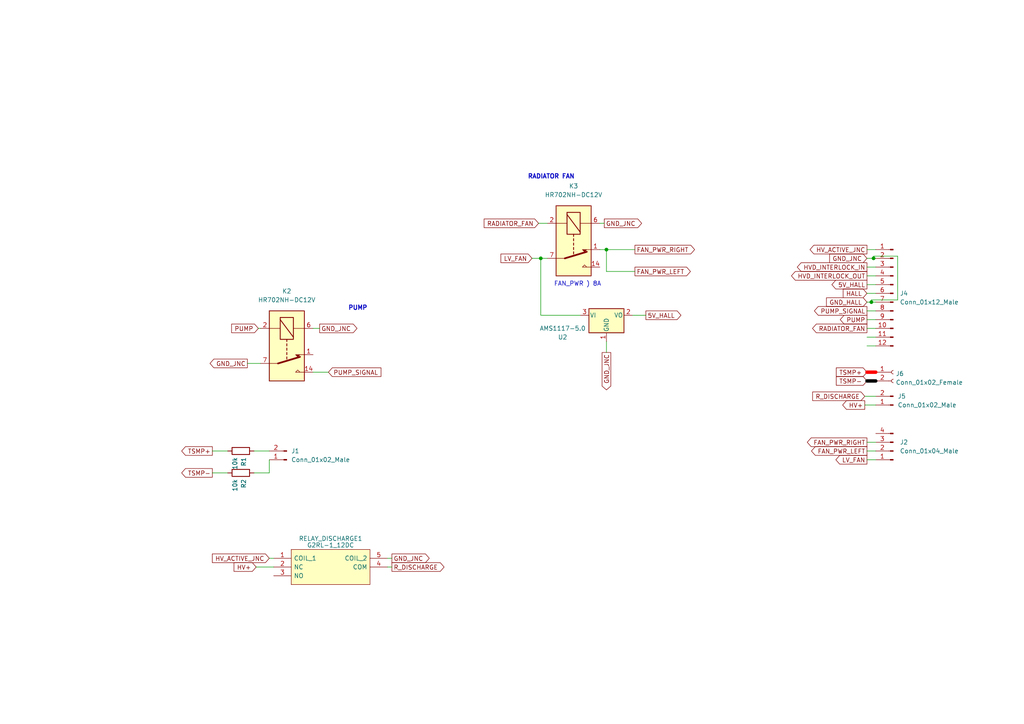
<source format=kicad_sch>
(kicad_sch (version 20211123) (generator eeschema)

  (uuid 40414cde-d9f5-469d-96e5-bad89aa91fe4)

  (paper "A4")

  (lib_symbols
    (symbol "Connector:Conn_01x02_Female" (pin_names (offset 1.016) hide) (in_bom yes) (on_board yes)
      (property "Reference" "J" (id 0) (at 0 2.54 0)
        (effects (font (size 1.27 1.27)))
      )
      (property "Value" "Conn_01x02_Female" (id 1) (at 0 -5.08 0)
        (effects (font (size 1.27 1.27)))
      )
      (property "Footprint" "" (id 2) (at 0 0 0)
        (effects (font (size 1.27 1.27)) hide)
      )
      (property "Datasheet" "~" (id 3) (at 0 0 0)
        (effects (font (size 1.27 1.27)) hide)
      )
      (property "ki_keywords" "connector" (id 4) (at 0 0 0)
        (effects (font (size 1.27 1.27)) hide)
      )
      (property "ki_description" "Generic connector, single row, 01x02, script generated (kicad-library-utils/schlib/autogen/connector/)" (id 5) (at 0 0 0)
        (effects (font (size 1.27 1.27)) hide)
      )
      (property "ki_fp_filters" "Connector*:*_1x??_*" (id 6) (at 0 0 0)
        (effects (font (size 1.27 1.27)) hide)
      )
      (symbol "Conn_01x02_Female_1_1"
        (arc (start 0 -2.032) (mid -0.508 -2.54) (end 0 -3.048)
          (stroke (width 0.1524) (type default) (color 0 0 0 0))
          (fill (type none))
        )
        (polyline
          (pts
            (xy -1.27 -2.54)
            (xy -0.508 -2.54)
          )
          (stroke (width 0.1524) (type default) (color 0 0 0 0))
          (fill (type none))
        )
        (polyline
          (pts
            (xy -1.27 0)
            (xy -0.508 0)
          )
          (stroke (width 0.1524) (type default) (color 0 0 0 0))
          (fill (type none))
        )
        (arc (start 0 0.508) (mid -0.508 0) (end 0 -0.508)
          (stroke (width 0.1524) (type default) (color 0 0 0 0))
          (fill (type none))
        )
        (pin passive line (at -5.08 0 0) (length 3.81)
          (name "Pin_1" (effects (font (size 1.27 1.27))))
          (number "1" (effects (font (size 1.27 1.27))))
        )
        (pin passive line (at -5.08 -2.54 0) (length 3.81)
          (name "Pin_2" (effects (font (size 1.27 1.27))))
          (number "2" (effects (font (size 1.27 1.27))))
        )
      )
    )
    (symbol "Connector:Conn_01x02_Male" (pin_names (offset 1.016) hide) (in_bom yes) (on_board yes)
      (property "Reference" "J" (id 0) (at 0 2.54 0)
        (effects (font (size 1.27 1.27)))
      )
      (property "Value" "Conn_01x02_Male" (id 1) (at 0 -5.08 0)
        (effects (font (size 1.27 1.27)))
      )
      (property "Footprint" "" (id 2) (at 0 0 0)
        (effects (font (size 1.27 1.27)) hide)
      )
      (property "Datasheet" "~" (id 3) (at 0 0 0)
        (effects (font (size 1.27 1.27)) hide)
      )
      (property "ki_keywords" "connector" (id 4) (at 0 0 0)
        (effects (font (size 1.27 1.27)) hide)
      )
      (property "ki_description" "Generic connector, single row, 01x02, script generated (kicad-library-utils/schlib/autogen/connector/)" (id 5) (at 0 0 0)
        (effects (font (size 1.27 1.27)) hide)
      )
      (property "ki_fp_filters" "Connector*:*_1x??_*" (id 6) (at 0 0 0)
        (effects (font (size 1.27 1.27)) hide)
      )
      (symbol "Conn_01x02_Male_1_1"
        (polyline
          (pts
            (xy 1.27 -2.54)
            (xy 0.8636 -2.54)
          )
          (stroke (width 0.1524) (type default) (color 0 0 0 0))
          (fill (type none))
        )
        (polyline
          (pts
            (xy 1.27 0)
            (xy 0.8636 0)
          )
          (stroke (width 0.1524) (type default) (color 0 0 0 0))
          (fill (type none))
        )
        (rectangle (start 0.8636 -2.413) (end 0 -2.667)
          (stroke (width 0.1524) (type default) (color 0 0 0 0))
          (fill (type outline))
        )
        (rectangle (start 0.8636 0.127) (end 0 -0.127)
          (stroke (width 0.1524) (type default) (color 0 0 0 0))
          (fill (type outline))
        )
        (pin passive line (at 5.08 0 180) (length 3.81)
          (name "Pin_1" (effects (font (size 1.27 1.27))))
          (number "1" (effects (font (size 1.27 1.27))))
        )
        (pin passive line (at 5.08 -2.54 180) (length 3.81)
          (name "Pin_2" (effects (font (size 1.27 1.27))))
          (number "2" (effects (font (size 1.27 1.27))))
        )
      )
    )
    (symbol "Connector:Conn_01x04_Male" (pin_names (offset 1.016) hide) (in_bom yes) (on_board yes)
      (property "Reference" "J" (id 0) (at 0 5.08 0)
        (effects (font (size 1.27 1.27)))
      )
      (property "Value" "Conn_01x04_Male" (id 1) (at 0 -7.62 0)
        (effects (font (size 1.27 1.27)))
      )
      (property "Footprint" "" (id 2) (at 0 0 0)
        (effects (font (size 1.27 1.27)) hide)
      )
      (property "Datasheet" "~" (id 3) (at 0 0 0)
        (effects (font (size 1.27 1.27)) hide)
      )
      (property "ki_keywords" "connector" (id 4) (at 0 0 0)
        (effects (font (size 1.27 1.27)) hide)
      )
      (property "ki_description" "Generic connector, single row, 01x04, script generated (kicad-library-utils/schlib/autogen/connector/)" (id 5) (at 0 0 0)
        (effects (font (size 1.27 1.27)) hide)
      )
      (property "ki_fp_filters" "Connector*:*_1x??_*" (id 6) (at 0 0 0)
        (effects (font (size 1.27 1.27)) hide)
      )
      (symbol "Conn_01x04_Male_1_1"
        (polyline
          (pts
            (xy 1.27 -5.08)
            (xy 0.8636 -5.08)
          )
          (stroke (width 0.1524) (type default) (color 0 0 0 0))
          (fill (type none))
        )
        (polyline
          (pts
            (xy 1.27 -2.54)
            (xy 0.8636 -2.54)
          )
          (stroke (width 0.1524) (type default) (color 0 0 0 0))
          (fill (type none))
        )
        (polyline
          (pts
            (xy 1.27 0)
            (xy 0.8636 0)
          )
          (stroke (width 0.1524) (type default) (color 0 0 0 0))
          (fill (type none))
        )
        (polyline
          (pts
            (xy 1.27 2.54)
            (xy 0.8636 2.54)
          )
          (stroke (width 0.1524) (type default) (color 0 0 0 0))
          (fill (type none))
        )
        (rectangle (start 0.8636 -4.953) (end 0 -5.207)
          (stroke (width 0.1524) (type default) (color 0 0 0 0))
          (fill (type outline))
        )
        (rectangle (start 0.8636 -2.413) (end 0 -2.667)
          (stroke (width 0.1524) (type default) (color 0 0 0 0))
          (fill (type outline))
        )
        (rectangle (start 0.8636 0.127) (end 0 -0.127)
          (stroke (width 0.1524) (type default) (color 0 0 0 0))
          (fill (type outline))
        )
        (rectangle (start 0.8636 2.667) (end 0 2.413)
          (stroke (width 0.1524) (type default) (color 0 0 0 0))
          (fill (type outline))
        )
        (pin passive line (at 5.08 2.54 180) (length 3.81)
          (name "Pin_1" (effects (font (size 1.27 1.27))))
          (number "1" (effects (font (size 1.27 1.27))))
        )
        (pin passive line (at 5.08 0 180) (length 3.81)
          (name "Pin_2" (effects (font (size 1.27 1.27))))
          (number "2" (effects (font (size 1.27 1.27))))
        )
        (pin passive line (at 5.08 -2.54 180) (length 3.81)
          (name "Pin_3" (effects (font (size 1.27 1.27))))
          (number "3" (effects (font (size 1.27 1.27))))
        )
        (pin passive line (at 5.08 -5.08 180) (length 3.81)
          (name "Pin_4" (effects (font (size 1.27 1.27))))
          (number "4" (effects (font (size 1.27 1.27))))
        )
      )
    )
    (symbol "Connector:Conn_01x12_Male" (pin_names (offset 1.016) hide) (in_bom yes) (on_board yes)
      (property "Reference" "J" (id 0) (at 0 15.24 0)
        (effects (font (size 1.27 1.27)))
      )
      (property "Value" "Conn_01x12_Male" (id 1) (at 0 -17.78 0)
        (effects (font (size 1.27 1.27)))
      )
      (property "Footprint" "" (id 2) (at 0 0 0)
        (effects (font (size 1.27 1.27)) hide)
      )
      (property "Datasheet" "~" (id 3) (at 0 0 0)
        (effects (font (size 1.27 1.27)) hide)
      )
      (property "ki_keywords" "connector" (id 4) (at 0 0 0)
        (effects (font (size 1.27 1.27)) hide)
      )
      (property "ki_description" "Generic connector, single row, 01x12, script generated (kicad-library-utils/schlib/autogen/connector/)" (id 5) (at 0 0 0)
        (effects (font (size 1.27 1.27)) hide)
      )
      (property "ki_fp_filters" "Connector*:*_1x??_*" (id 6) (at 0 0 0)
        (effects (font (size 1.27 1.27)) hide)
      )
      (symbol "Conn_01x12_Male_1_1"
        (polyline
          (pts
            (xy 1.27 -15.24)
            (xy 0.8636 -15.24)
          )
          (stroke (width 0.1524) (type default) (color 0 0 0 0))
          (fill (type none))
        )
        (polyline
          (pts
            (xy 1.27 -12.7)
            (xy 0.8636 -12.7)
          )
          (stroke (width 0.1524) (type default) (color 0 0 0 0))
          (fill (type none))
        )
        (polyline
          (pts
            (xy 1.27 -10.16)
            (xy 0.8636 -10.16)
          )
          (stroke (width 0.1524) (type default) (color 0 0 0 0))
          (fill (type none))
        )
        (polyline
          (pts
            (xy 1.27 -7.62)
            (xy 0.8636 -7.62)
          )
          (stroke (width 0.1524) (type default) (color 0 0 0 0))
          (fill (type none))
        )
        (polyline
          (pts
            (xy 1.27 -5.08)
            (xy 0.8636 -5.08)
          )
          (stroke (width 0.1524) (type default) (color 0 0 0 0))
          (fill (type none))
        )
        (polyline
          (pts
            (xy 1.27 -2.54)
            (xy 0.8636 -2.54)
          )
          (stroke (width 0.1524) (type default) (color 0 0 0 0))
          (fill (type none))
        )
        (polyline
          (pts
            (xy 1.27 0)
            (xy 0.8636 0)
          )
          (stroke (width 0.1524) (type default) (color 0 0 0 0))
          (fill (type none))
        )
        (polyline
          (pts
            (xy 1.27 2.54)
            (xy 0.8636 2.54)
          )
          (stroke (width 0.1524) (type default) (color 0 0 0 0))
          (fill (type none))
        )
        (polyline
          (pts
            (xy 1.27 5.08)
            (xy 0.8636 5.08)
          )
          (stroke (width 0.1524) (type default) (color 0 0 0 0))
          (fill (type none))
        )
        (polyline
          (pts
            (xy 1.27 7.62)
            (xy 0.8636 7.62)
          )
          (stroke (width 0.1524) (type default) (color 0 0 0 0))
          (fill (type none))
        )
        (polyline
          (pts
            (xy 1.27 10.16)
            (xy 0.8636 10.16)
          )
          (stroke (width 0.1524) (type default) (color 0 0 0 0))
          (fill (type none))
        )
        (polyline
          (pts
            (xy 1.27 12.7)
            (xy 0.8636 12.7)
          )
          (stroke (width 0.1524) (type default) (color 0 0 0 0))
          (fill (type none))
        )
        (rectangle (start 0.8636 -15.113) (end 0 -15.367)
          (stroke (width 0.1524) (type default) (color 0 0 0 0))
          (fill (type outline))
        )
        (rectangle (start 0.8636 -12.573) (end 0 -12.827)
          (stroke (width 0.1524) (type default) (color 0 0 0 0))
          (fill (type outline))
        )
        (rectangle (start 0.8636 -10.033) (end 0 -10.287)
          (stroke (width 0.1524) (type default) (color 0 0 0 0))
          (fill (type outline))
        )
        (rectangle (start 0.8636 -7.493) (end 0 -7.747)
          (stroke (width 0.1524) (type default) (color 0 0 0 0))
          (fill (type outline))
        )
        (rectangle (start 0.8636 -4.953) (end 0 -5.207)
          (stroke (width 0.1524) (type default) (color 0 0 0 0))
          (fill (type outline))
        )
        (rectangle (start 0.8636 -2.413) (end 0 -2.667)
          (stroke (width 0.1524) (type default) (color 0 0 0 0))
          (fill (type outline))
        )
        (rectangle (start 0.8636 0.127) (end 0 -0.127)
          (stroke (width 0.1524) (type default) (color 0 0 0 0))
          (fill (type outline))
        )
        (rectangle (start 0.8636 2.667) (end 0 2.413)
          (stroke (width 0.1524) (type default) (color 0 0 0 0))
          (fill (type outline))
        )
        (rectangle (start 0.8636 5.207) (end 0 4.953)
          (stroke (width 0.1524) (type default) (color 0 0 0 0))
          (fill (type outline))
        )
        (rectangle (start 0.8636 7.747) (end 0 7.493)
          (stroke (width 0.1524) (type default) (color 0 0 0 0))
          (fill (type outline))
        )
        (rectangle (start 0.8636 10.287) (end 0 10.033)
          (stroke (width 0.1524) (type default) (color 0 0 0 0))
          (fill (type outline))
        )
        (rectangle (start 0.8636 12.827) (end 0 12.573)
          (stroke (width 0.1524) (type default) (color 0 0 0 0))
          (fill (type outline))
        )
        (pin passive line (at 5.08 12.7 180) (length 3.81)
          (name "Pin_1" (effects (font (size 1.27 1.27))))
          (number "1" (effects (font (size 1.27 1.27))))
        )
        (pin passive line (at 5.08 -10.16 180) (length 3.81)
          (name "Pin_10" (effects (font (size 1.27 1.27))))
          (number "10" (effects (font (size 1.27 1.27))))
        )
        (pin passive line (at 5.08 -12.7 180) (length 3.81)
          (name "Pin_11" (effects (font (size 1.27 1.27))))
          (number "11" (effects (font (size 1.27 1.27))))
        )
        (pin passive line (at 5.08 -15.24 180) (length 3.81)
          (name "Pin_12" (effects (font (size 1.27 1.27))))
          (number "12" (effects (font (size 1.27 1.27))))
        )
        (pin passive line (at 5.08 10.16 180) (length 3.81)
          (name "Pin_2" (effects (font (size 1.27 1.27))))
          (number "2" (effects (font (size 1.27 1.27))))
        )
        (pin passive line (at 5.08 7.62 180) (length 3.81)
          (name "Pin_3" (effects (font (size 1.27 1.27))))
          (number "3" (effects (font (size 1.27 1.27))))
        )
        (pin passive line (at 5.08 5.08 180) (length 3.81)
          (name "Pin_4" (effects (font (size 1.27 1.27))))
          (number "4" (effects (font (size 1.27 1.27))))
        )
        (pin passive line (at 5.08 2.54 180) (length 3.81)
          (name "Pin_5" (effects (font (size 1.27 1.27))))
          (number "5" (effects (font (size 1.27 1.27))))
        )
        (pin passive line (at 5.08 0 180) (length 3.81)
          (name "Pin_6" (effects (font (size 1.27 1.27))))
          (number "6" (effects (font (size 1.27 1.27))))
        )
        (pin passive line (at 5.08 -2.54 180) (length 3.81)
          (name "Pin_7" (effects (font (size 1.27 1.27))))
          (number "7" (effects (font (size 1.27 1.27))))
        )
        (pin passive line (at 5.08 -5.08 180) (length 3.81)
          (name "Pin_8" (effects (font (size 1.27 1.27))))
          (number "8" (effects (font (size 1.27 1.27))))
        )
        (pin passive line (at 5.08 -7.62 180) (length 3.81)
          (name "Pin_9" (effects (font (size 1.27 1.27))))
          (number "9" (effects (font (size 1.27 1.27))))
        )
      )
    )
    (symbol "Device:R" (pin_numbers hide) (pin_names (offset 0)) (in_bom yes) (on_board yes)
      (property "Reference" "R" (id 0) (at 2.032 0 90)
        (effects (font (size 1.27 1.27)))
      )
      (property "Value" "R" (id 1) (at 0 0 90)
        (effects (font (size 1.27 1.27)))
      )
      (property "Footprint" "" (id 2) (at -1.778 0 90)
        (effects (font (size 1.27 1.27)) hide)
      )
      (property "Datasheet" "~" (id 3) (at 0 0 0)
        (effects (font (size 1.27 1.27)) hide)
      )
      (property "ki_keywords" "R res resistor" (id 4) (at 0 0 0)
        (effects (font (size 1.27 1.27)) hide)
      )
      (property "ki_description" "Resistor" (id 5) (at 0 0 0)
        (effects (font (size 1.27 1.27)) hide)
      )
      (property "ki_fp_filters" "R_*" (id 6) (at 0 0 0)
        (effects (font (size 1.27 1.27)) hide)
      )
      (symbol "R_0_1"
        (rectangle (start -1.016 -2.54) (end 1.016 2.54)
          (stroke (width 0.254) (type default) (color 0 0 0 0))
          (fill (type none))
        )
      )
      (symbol "R_1_1"
        (pin passive line (at 0 3.81 270) (length 1.27)
          (name "~" (effects (font (size 1.27 1.27))))
          (number "1" (effects (font (size 1.27 1.27))))
        )
        (pin passive line (at 0 -3.81 90) (length 1.27)
          (name "~" (effects (font (size 1.27 1.27))))
          (number "2" (effects (font (size 1.27 1.27))))
        )
      )
    )
    (symbol "G2RL-1_12DC:G2RL-1_12DC" (pin_names (offset 0.762)) (in_bom yes) (on_board yes)
      (property "Reference" "K" (id 0) (at 29.21 7.62 0)
        (effects (font (size 1.27 1.27)) (justify left))
      )
      (property "Value" "G2RL-1_12DC" (id 1) (at 29.21 5.08 0)
        (effects (font (size 1.27 1.27)) (justify left))
      )
      (property "Footprint" "G2RL112DC" (id 2) (at 29.21 2.54 0)
        (effects (font (size 1.27 1.27)) (justify left) hide)
      )
      (property "Datasheet" "http://uk.rs-online.com/web/p/products/3650490P" (id 3) (at 29.21 0 0)
        (effects (font (size 1.27 1.27)) (justify left) hide)
      )
      (property "Description" "General Purpose Relay, G2RL Series, Power, Non Latching, SPDT, 12 VDC, 12 A RoHS Compliant: Yes" (id 4) (at 29.21 -2.54 0)
        (effects (font (size 1.27 1.27)) (justify left) hide)
      )
      (property "Height" "15.7" (id 5) (at 29.21 -5.08 0)
        (effects (font (size 1.27 1.27)) (justify left) hide)
      )
      (property "Manufacturer_Name" "Omron Electronics" (id 6) (at 29.21 -7.62 0)
        (effects (font (size 1.27 1.27)) (justify left) hide)
      )
      (property "Manufacturer_Part_Number" "G2RL-1 12DC" (id 7) (at 29.21 -10.16 0)
        (effects (font (size 1.27 1.27)) (justify left) hide)
      )
      (property "Mouser Part Number" "" (id 8) (at 29.21 -12.7 0)
        (effects (font (size 1.27 1.27)) (justify left) hide)
      )
      (property "Mouser Price/Stock" "" (id 9) (at 29.21 -15.24 0)
        (effects (font (size 1.27 1.27)) (justify left) hide)
      )
      (property "Arrow Part Number" "" (id 10) (at 29.21 -17.78 0)
        (effects (font (size 1.27 1.27)) (justify left) hide)
      )
      (property "Arrow Price/Stock" "" (id 11) (at 29.21 -20.32 0)
        (effects (font (size 1.27 1.27)) (justify left) hide)
      )
      (property "ki_description" "General Purpose Relay, G2RL Series, Power, Non Latching, SPDT, 12 VDC, 12 A RoHS Compliant: Yes" (id 12) (at 0 0 0)
        (effects (font (size 1.27 1.27)) hide)
      )
      (symbol "G2RL-1_12DC_0_0"
        (pin passive line (at 0 0 0) (length 5.08)
          (name "COIL_1" (effects (font (size 1.27 1.27))))
          (number "1" (effects (font (size 1.27 1.27))))
        )
        (pin passive line (at 0 -2.54 0) (length 5.08)
          (name "NC" (effects (font (size 1.27 1.27))))
          (number "2" (effects (font (size 1.27 1.27))))
        )
        (pin passive line (at 0 -5.08 0) (length 5.08)
          (name "NO" (effects (font (size 1.27 1.27))))
          (number "3" (effects (font (size 1.27 1.27))))
        )
        (pin passive line (at 33.02 -2.54 180) (length 5.08)
          (name "COM" (effects (font (size 1.27 1.27))))
          (number "4" (effects (font (size 1.27 1.27))))
        )
        (pin passive line (at 33.02 0 180) (length 5.08)
          (name "COIL_2" (effects (font (size 1.27 1.27))))
          (number "5" (effects (font (size 1.27 1.27))))
        )
      )
      (symbol "G2RL-1_12DC_0_1"
        (polyline
          (pts
            (xy 5.08 2.54)
            (xy 27.94 2.54)
            (xy 27.94 -7.62)
            (xy 5.08 -7.62)
            (xy 5.08 2.54)
          )
          (stroke (width 0.1524) (type default) (color 0 0 0 0))
          (fill (type background))
        )
      )
    )
    (symbol "Regulator_Linear:AMS1117-5.0" (pin_names (offset 0.254)) (in_bom yes) (on_board yes)
      (property "Reference" "U" (id 0) (at -3.81 3.175 0)
        (effects (font (size 1.27 1.27)))
      )
      (property "Value" "AMS1117-5.0" (id 1) (at 0 3.175 0)
        (effects (font (size 1.27 1.27)) (justify left))
      )
      (property "Footprint" "Package_TO_SOT_SMD:SOT-223-3_TabPin2" (id 2) (at 0 5.08 0)
        (effects (font (size 1.27 1.27)) hide)
      )
      (property "Datasheet" "http://www.advanced-monolithic.com/pdf/ds1117.pdf" (id 3) (at 2.54 -6.35 0)
        (effects (font (size 1.27 1.27)) hide)
      )
      (property "ki_keywords" "linear regulator ldo fixed positive" (id 4) (at 0 0 0)
        (effects (font (size 1.27 1.27)) hide)
      )
      (property "ki_description" "1A Low Dropout regulator, positive, 5.0V fixed output, SOT-223" (id 5) (at 0 0 0)
        (effects (font (size 1.27 1.27)) hide)
      )
      (property "ki_fp_filters" "SOT?223*TabPin2*" (id 6) (at 0 0 0)
        (effects (font (size 1.27 1.27)) hide)
      )
      (symbol "AMS1117-5.0_0_1"
        (rectangle (start -5.08 -5.08) (end 5.08 1.905)
          (stroke (width 0.254) (type default) (color 0 0 0 0))
          (fill (type background))
        )
      )
      (symbol "AMS1117-5.0_1_1"
        (pin power_in line (at 0 -7.62 90) (length 2.54)
          (name "GND" (effects (font (size 1.27 1.27))))
          (number "1" (effects (font (size 1.27 1.27))))
        )
        (pin power_out line (at 7.62 0 180) (length 2.54)
          (name "VO" (effects (font (size 1.27 1.27))))
          (number "2" (effects (font (size 1.27 1.27))))
        )
        (pin power_in line (at -7.62 0 0) (length 2.54)
          (name "VI" (effects (font (size 1.27 1.27))))
          (number "3" (effects (font (size 1.27 1.27))))
        )
      )
    )
    (symbol "Relay:DIPxx-1Cxx-51x" (in_bom yes) (on_board yes)
      (property "Reference" "K" (id 0) (at 11.43 3.81 0)
        (effects (font (size 1.27 1.27)) (justify left))
      )
      (property "Value" "DIPxx-1Cxx-51x" (id 1) (at 11.43 1.27 0)
        (effects (font (size 1.27 1.27)) (justify left))
      )
      (property "Footprint" "Relay_THT:Relay_StandexMeder_DIP_LowProfile" (id 2) (at 11.43 -1.27 0)
        (effects (font (size 1.27 1.27)) (justify left) hide)
      )
      (property "Datasheet" "https://standexelectronics.com/wp-content/uploads/datasheet_reed_relay_DIP.pdf" (id 3) (at 0 0 0)
        (effects (font (size 1.27 1.27)) hide)
      )
      (property "ki_keywords" "Single Pole Reed Relay SPDT" (id 4) (at 0 0 0)
        (effects (font (size 1.27 1.27)) hide)
      )
      (property "ki_description" "Standex Meder DIP reed relay, SPDT" (id 5) (at 0 0 0)
        (effects (font (size 1.27 1.27)) hide)
      )
      (property "ki_fp_filters" "Relay*StandexMeder*DIP*LowProfile*" (id 6) (at 0 0 0)
        (effects (font (size 1.27 1.27)) hide)
      )
      (symbol "DIPxx-1Cxx-51x_0_0"
        (polyline
          (pts
            (xy 2.54 5.08)
            (xy 2.54 2.54)
            (xy 3.175 3.175)
            (xy 2.54 3.81)
          )
          (stroke (width 0) (type default) (color 0 0 0 0))
          (fill (type outline))
        )
        (polyline
          (pts
            (xy 7.62 5.08)
            (xy 7.62 2.54)
            (xy 6.985 3.175)
            (xy 7.62 3.81)
          )
          (stroke (width 0) (type default) (color 0 0 0 0))
          (fill (type none))
        )
      )
      (symbol "DIPxx-1Cxx-51x_0_1"
        (rectangle (start -10.16 5.08) (end 10.16 -5.08)
          (stroke (width 0.254) (type default) (color 0 0 0 0))
          (fill (type background))
        )
        (rectangle (start -8.255 1.905) (end -1.905 -1.905)
          (stroke (width 0.254) (type default) (color 0 0 0 0))
          (fill (type none))
        )
        (polyline
          (pts
            (xy -7.62 -1.905)
            (xy -2.54 1.905)
          )
          (stroke (width 0.254) (type default) (color 0 0 0 0))
          (fill (type none))
        )
        (polyline
          (pts
            (xy -5.08 -5.08)
            (xy -5.08 -1.905)
          )
          (stroke (width 0) (type default) (color 0 0 0 0))
          (fill (type none))
        )
        (polyline
          (pts
            (xy -5.08 5.08)
            (xy -5.08 1.905)
          )
          (stroke (width 0) (type default) (color 0 0 0 0))
          (fill (type none))
        )
        (polyline
          (pts
            (xy -1.905 0)
            (xy -1.27 0)
          )
          (stroke (width 0.254) (type default) (color 0 0 0 0))
          (fill (type none))
        )
        (polyline
          (pts
            (xy -0.635 0)
            (xy 0 0)
          )
          (stroke (width 0.254) (type default) (color 0 0 0 0))
          (fill (type none))
        )
        (polyline
          (pts
            (xy 0.635 0)
            (xy 1.27 0)
          )
          (stroke (width 0.254) (type default) (color 0 0 0 0))
          (fill (type none))
        )
        (polyline
          (pts
            (xy 1.905 0)
            (xy 2.54 0)
          )
          (stroke (width 0.254) (type default) (color 0 0 0 0))
          (fill (type none))
        )
        (polyline
          (pts
            (xy 3.175 0)
            (xy 3.81 0)
          )
          (stroke (width 0.254) (type default) (color 0 0 0 0))
          (fill (type none))
        )
        (polyline
          (pts
            (xy 5.08 -2.54)
            (xy 3.175 3.81)
          )
          (stroke (width 0.508) (type default) (color 0 0 0 0))
          (fill (type none))
        )
        (polyline
          (pts
            (xy 5.08 -2.54)
            (xy 5.08 -5.08)
          )
          (stroke (width 0) (type default) (color 0 0 0 0))
          (fill (type none))
        )
      )
      (symbol "DIPxx-1Cxx-51x_1_1"
        (pin passive line (at 2.54 7.62 270) (length 2.54)
          (name "~" (effects (font (size 1.27 1.27))))
          (number "1" (effects (font (size 1.27 1.27))))
        )
        (pin passive line (at 7.62 7.62 270) (length 2.54)
          (name "~" (effects (font (size 1.27 1.27))))
          (number "14" (effects (font (size 1.27 1.27))))
        )
        (pin passive line (at -5.08 -7.62 90) (length 2.54)
          (name "~" (effects (font (size 1.27 1.27))))
          (number "2" (effects (font (size 1.27 1.27))))
        )
        (pin passive line (at -5.08 7.62 270) (length 2.54)
          (name "~" (effects (font (size 1.27 1.27))))
          (number "6" (effects (font (size 1.27 1.27))))
        )
        (pin passive line (at 5.08 -7.62 90) (length 2.54)
          (name "~" (effects (font (size 1.27 1.27))))
          (number "7" (effects (font (size 1.27 1.27))))
        )
        (pin passive line (at 5.08 -7.62 90) (length 2.54) hide
          (name "~" (effects (font (size 1.27 1.27))))
          (number "8" (effects (font (size 1.27 1.27))))
        )
      )
    )
  )

  (junction (at 175.895 72.39) (diameter 0) (color 0 0 0 0)
    (uuid 3de86d5b-c3a8-414d-adf5-d559eb853e5c)
  )
  (junction (at 156.845 74.93) (diameter 0) (color 0 0 0 0)
    (uuid 41cb70c4-2f4d-4562-a69f-9413c7e88806)
  )
  (junction (at 252.73 87.63) (diameter 0) (color 0 0 0 0)
    (uuid 62803542-fc34-40eb-aaf9-4dc67feec36f)
  )
  (junction (at 253.365 74.93) (diameter 0) (color 0 0 0 0)
    (uuid 78f71b53-efb0-471e-8f03-3d29fe6f4eb0)
  )

  (wire (pts (xy 156.845 91.44) (xy 168.275 91.44))
    (stroke (width 0) (type default) (color 0 0 0 0))
    (uuid 07b8449b-56e4-4b78-9d4b-a1d04b5c0de1)
  )
  (wire (pts (xy 251.46 92.71) (xy 254 92.71))
    (stroke (width 0) (type default) (color 0 0 0 0))
    (uuid 20d4c428-400e-4a09-8d38-adbe3daafc3a)
  )
  (wire (pts (xy 260.35 74.295) (xy 260.35 86.995))
    (stroke (width 0) (type default) (color 0 0 0 0))
    (uuid 234dc421-23bf-4c2a-bb51-6ebcec949d54)
  )
  (wire (pts (xy 175.26 64.77) (xy 173.99 64.77))
    (stroke (width 0) (type default) (color 0 0 0 0))
    (uuid 2d02a6b9-2aa9-448f-a360-fdf60ec63eb1)
  )
  (wire (pts (xy 90.805 95.25) (xy 92.71 95.25))
    (stroke (width 0) (type default) (color 0 0 0 0))
    (uuid 2e087fe3-b6ec-4960-a934-fbdfeb8785aa)
  )
  (wire (pts (xy 74.295 164.465) (xy 79.375 164.465))
    (stroke (width 0) (type default) (color 0 0 0 0))
    (uuid 2ed119f2-22e9-400f-8333-7710fa4439c6)
  )
  (wire (pts (xy 251.46 72.39) (xy 254 72.39))
    (stroke (width 0) (type default) (color 0 0 0 0))
    (uuid 36e2c769-a65d-49e0-84dd-f17b3e81dd4f)
  )
  (wire (pts (xy 260.35 86.995) (xy 252.73 86.995))
    (stroke (width 0) (type default) (color 0 0 0 0))
    (uuid 391f8abd-c19b-46cf-8c82-55bb64270705)
  )
  (wire (pts (xy 156.845 74.93) (xy 158.75 74.93))
    (stroke (width 0) (type default) (color 0 0 0 0))
    (uuid 3c908389-f9a0-4e45-abe1-a81d75c83ce2)
  )
  (wire (pts (xy 251.46 130.81) (xy 254 130.81))
    (stroke (width 0) (type default) (color 0 0 0 0))
    (uuid 3ea076cc-cf58-44f8-9cfe-172804860ce1)
  )
  (wire (pts (xy 78.105 137.16) (xy 73.66 137.16))
    (stroke (width 0) (type default) (color 0 0 0 0))
    (uuid 42f1f7f1-b7e8-414b-8a35-2ef6a6e41f0c)
  )
  (wire (pts (xy 251.46 110.49) (xy 254 110.49))
    (stroke (width 1) (type default) (color 0 0 0 1))
    (uuid 432ea5cd-94ee-4eb7-af45-9e0c5e548623)
  )
  (wire (pts (xy 90.805 107.95) (xy 95.25 107.95))
    (stroke (width 0) (type default) (color 0 0 0 0))
    (uuid 458f066d-01d4-4bcc-8e09-84c1262e92c7)
  )
  (wire (pts (xy 251.46 77.47) (xy 254 77.47))
    (stroke (width 0) (type default) (color 0 0 0 0))
    (uuid 4716a14f-4163-48e5-b990-1d107c04b736)
  )
  (wire (pts (xy 175.895 72.39) (xy 175.895 78.74))
    (stroke (width 0) (type default) (color 0 0 0 0))
    (uuid 4a4081f9-c9fe-46aa-95c9-7532c9363795)
  )
  (wire (pts (xy 175.895 78.74) (xy 184.15 78.74))
    (stroke (width 0) (type default) (color 0 0 0 0))
    (uuid 4c3b17a8-7f06-46bb-afb9-a4eaf335d706)
  )
  (wire (pts (xy 61.595 130.81) (xy 66.04 130.81))
    (stroke (width 0) (type default) (color 0 0 0 0))
    (uuid 556fbb07-57ff-4ad6-b342-b4243e37e69b)
  )
  (wire (pts (xy 250.825 117.475) (xy 254 117.475))
    (stroke (width 0) (type default) (color 0 0 0 0))
    (uuid 5b02ba3b-7be0-479d-8683-d71c76cc1569)
  )
  (wire (pts (xy 253.365 74.93) (xy 254 74.93))
    (stroke (width 0) (type default) (color 0 0 0 0))
    (uuid 5c8cf8e1-28ff-47b0-8c1e-0f25b99410ed)
  )
  (wire (pts (xy 251.46 95.25) (xy 254 95.25))
    (stroke (width 0) (type default) (color 0 0 0 0))
    (uuid 6911227c-45f5-46bb-a210-a112f4da5592)
  )
  (wire (pts (xy 175.895 72.39) (xy 184.15 72.39))
    (stroke (width 0) (type default) (color 0 0 0 0))
    (uuid 6abcecc4-08f4-4ca7-9322-35df39f2a3ff)
  )
  (wire (pts (xy 251.46 128.27) (xy 254 128.27))
    (stroke (width 0) (type default) (color 0 0 0 0))
    (uuid 6ca1b505-6f52-466b-8470-21ac11c5680b)
  )
  (wire (pts (xy 78.105 133.35) (xy 78.105 137.16))
    (stroke (width 0) (type default) (color 0 0 0 0))
    (uuid 6d0d6792-33ce-4f19-be29-c13e923f81b7)
  )
  (wire (pts (xy 156.845 74.93) (xy 156.845 91.44))
    (stroke (width 0) (type default) (color 0 0 0 0))
    (uuid 75b4e9da-d8c8-4c75-9aaa-f1269cd61d20)
  )
  (wire (pts (xy 251.46 85.09) (xy 254 85.09))
    (stroke (width 0) (type default) (color 0 0 0 0))
    (uuid 76310b37-f74a-4d0e-a277-9739a5a8881d)
  )
  (wire (pts (xy 251.46 97.79) (xy 254 97.79))
    (stroke (width 0) (type default) (color 0 0 0 0))
    (uuid 76eef62c-7010-4dc9-8382-184d3eaa16c4)
  )
  (wire (pts (xy 71.755 105.41) (xy 75.565 105.41))
    (stroke (width 0) (type default) (color 0 0 0 0))
    (uuid 7b111a16-b5aa-4b47-973f-ffffd3526551)
  )
  (wire (pts (xy 73.66 130.81) (xy 78.105 130.81))
    (stroke (width 0) (type default) (color 0 0 0 0))
    (uuid 8e1974c2-f69b-423c-9fd1-668652fd0bed)
  )
  (wire (pts (xy 113.665 164.465) (xy 112.395 164.465))
    (stroke (width 0) (type default) (color 0 0 0 0))
    (uuid 8e8d1578-7c5e-4d09-8207-7d0c191a6e1e)
  )
  (wire (pts (xy 156.21 64.77) (xy 158.75 64.77))
    (stroke (width 0) (type default) (color 0 0 0 0))
    (uuid 91e2c7e7-6803-4edb-a7e8-8ea90ea6e424)
  )
  (wire (pts (xy 61.595 137.16) (xy 66.04 137.16))
    (stroke (width 0) (type default) (color 0 0 0 0))
    (uuid 92f157ba-c310-4a48-8e93-5ddaf3ba99bc)
  )
  (wire (pts (xy 173.99 72.39) (xy 175.895 72.39))
    (stroke (width 0) (type default) (color 0 0 0 0))
    (uuid 9ee06be0-b9ee-4c78-9ade-21811d47ba7d)
  )
  (wire (pts (xy 252.73 86.995) (xy 252.73 87.63))
    (stroke (width 0) (type default) (color 0 0 0 0))
    (uuid a0143593-7e94-4878-a04c-db666876f39c)
  )
  (wire (pts (xy 251.46 87.63) (xy 252.73 87.63))
    (stroke (width 0) (type default) (color 0 0 0 0))
    (uuid a3e7b9e7-c433-4d45-9701-a609ff017277)
  )
  (wire (pts (xy 113.665 161.925) (xy 112.395 161.925))
    (stroke (width 0) (type default) (color 0 0 0 0))
    (uuid a576db9e-e51a-4c6c-a07a-a5f28aeddc81)
  )
  (wire (pts (xy 250.825 114.935) (xy 254 114.935))
    (stroke (width 0) (type default) (color 0 0 0 0))
    (uuid a5854c89-4dde-48f5-bb82-f4cc77077d9f)
  )
  (wire (pts (xy 253.365 74.93) (xy 253.365 74.295))
    (stroke (width 0) (type default) (color 0 0 0 0))
    (uuid adcb9d8c-c574-4017-8fc3-1f536b5e77dd)
  )
  (wire (pts (xy 252.73 87.63) (xy 254 87.63))
    (stroke (width 0) (type default) (color 0 0 0 0))
    (uuid b10c16b5-c102-4888-9326-226256ce6af4)
  )
  (wire (pts (xy 75.565 95.25) (xy 74.93 95.25))
    (stroke (width 0) (type default) (color 0 0 0 0))
    (uuid b5f4fe25-2421-4b93-aaac-9f1257d85e25)
  )
  (wire (pts (xy 175.895 99.06) (xy 175.895 102.235))
    (stroke (width 0) (type default) (color 0 0 0 0))
    (uuid bc0c2807-380f-4318-a5ae-6cf23eeb8f22)
  )
  (wire (pts (xy 251.46 90.17) (xy 254 90.17))
    (stroke (width 0) (type default) (color 0 0 0 0))
    (uuid bd184c27-b463-4c8c-9f93-a89f5738a395)
  )
  (wire (pts (xy 251.46 74.93) (xy 253.365 74.93))
    (stroke (width 0) (type default) (color 0 0 0 0))
    (uuid c904a5d9-faa9-4c06-b0ef-1efed9fdf6bd)
  )
  (wire (pts (xy 251.46 133.35) (xy 254 133.35))
    (stroke (width 0) (type default) (color 0 0 0 0))
    (uuid cc43c10c-2df1-4abe-96e1-56f095a098dd)
  )
  (wire (pts (xy 154.305 74.93) (xy 156.845 74.93))
    (stroke (width 0) (type default) (color 0 0 0 0))
    (uuid cf1b0a41-eb73-422a-b32e-c785bc0a59fe)
  )
  (wire (pts (xy 251.46 107.95) (xy 254 107.95))
    (stroke (width 1) (type default) (color 255 0 0 1))
    (uuid cf1e56e4-edda-4a78-ae7e-eae513d779fb)
  )
  (wire (pts (xy 183.515 91.44) (xy 187.325 91.44))
    (stroke (width 0) (type default) (color 0 0 0 0))
    (uuid d1b8a750-9cff-48b2-97b1-8b6e048387f1)
  )
  (wire (pts (xy 251.46 82.55) (xy 254 82.55))
    (stroke (width 0) (type default) (color 0 0 0 0))
    (uuid e2f40e03-d3ed-4b35-b1ec-a3257ebc031f)
  )
  (wire (pts (xy 251.46 80.01) (xy 254 80.01))
    (stroke (width 0) (type default) (color 0 0 0 0))
    (uuid e759c182-0a95-44d8-8f3a-045c80a16621)
  )
  (wire (pts (xy 253.365 74.295) (xy 260.35 74.295))
    (stroke (width 0) (type default) (color 0 0 0 0))
    (uuid eba4741f-d760-4ba1-bf98-02bf93adf765)
  )
  (wire (pts (xy 78.105 161.925) (xy 79.375 161.925))
    (stroke (width 0) (type default) (color 0 0 0 0))
    (uuid ee11a997-3bc4-48d2-ab4d-66249be61530)
  )
  (wire (pts (xy 251.46 100.33) (xy 254 100.33))
    (stroke (width 0) (type default) (color 0 0 0 0))
    (uuid f5e4c118-0365-493c-b59f-01bb3ae3da82)
  )

  (text "PUMP\n" (at 100.965 90.17 0)
    (effects (font (size 1.27 1.27) (thickness 0.254) bold) (justify left bottom))
    (uuid 5f0dd07e-e06f-426e-aa84-367fe52f26a2)
  )
  (text "RADIATOR FAN\n" (at 153.035 52.07 0)
    (effects (font (size 1.27 1.27) (thickness 0.254) bold) (justify left bottom))
    (uuid 673ae72b-2886-439c-9f85-cdf07763004b)
  )
  (text "FAN_PWR ) 8A" (at 160.655 83.185 0)
    (effects (font (size 1.27 1.27)) (justify left bottom))
    (uuid affc7982-748f-40e3-b9dd-c04b4cf39456)
  )

  (global_label "GND_JNC" (shape output) (at 175.895 102.235 270) (fields_autoplaced)
    (effects (font (size 1.27 1.27)) (justify right))
    (uuid 00310ff3-4bc4-4a59-8ad1-5b10dd7eec9a)
    (property "Intersheet References" "${INTERSHEET_REFS}" (id 0) (at 175.9744 113.0543 90)
      (effects (font (size 1.27 1.27)) (justify right) hide)
    )
  )
  (global_label "RADIATOR_FAN" (shape output) (at 251.46 95.25 180) (fields_autoplaced)
    (effects (font (size 1.27 1.27)) (justify right))
    (uuid 09e269b0-26b3-4f58-9d64-834ecdb908d9)
    (property "Intersheet References" "${INTERSHEET_REFS}" (id 0) (at 235.6817 95.1706 0)
      (effects (font (size 1.27 1.27)) (justify right) hide)
    )
  )
  (global_label "GND_JNC" (shape output) (at 113.665 161.925 0) (fields_autoplaced)
    (effects (font (size 1.27 1.27)) (justify left))
    (uuid 0fc52aec-aa75-4d9a-8866-3f392d7fab42)
    (property "Intersheet References" "${INTERSHEET_REFS}" (id 0) (at 124.4843 161.8456 0)
      (effects (font (size 1.27 1.27)) (justify left) hide)
    )
  )
  (global_label "TSMP+" (shape output) (at 61.595 130.81 180) (fields_autoplaced)
    (effects (font (size 1.27 1.27)) (justify right))
    (uuid 26ead280-27b0-4d37-b125-d40bc1ba9100)
    (property "Intersheet References" "${INTERSHEET_REFS}" (id 0) (at 52.7109 130.7306 0)
      (effects (font (size 1.27 1.27)) (justify right) hide)
    )
  )
  (global_label "HV_ACTIVE_JNC" (shape input) (at 78.105 161.925 180) (fields_autoplaced)
    (effects (font (size 1.27 1.27)) (justify right))
    (uuid 2737eb8b-6f5c-4067-b0b7-8bf34fec9832)
    (property "Intersheet References" "${INTERSHEET_REFS}" (id 0) (at 61.6009 161.8456 0)
      (effects (font (size 1.27 1.27)) (justify right) hide)
    )
  )
  (global_label "GND_JNC" (shape input) (at 251.46 74.93 180) (fields_autoplaced)
    (effects (font (size 1.27 1.27)) (justify right))
    (uuid 2aa96d5c-3268-40b6-92ab-0b281524a28e)
    (property "Intersheet References" "${INTERSHEET_REFS}" (id 0) (at 240.6407 75.0094 0)
      (effects (font (size 1.27 1.27)) (justify right) hide)
    )
  )
  (global_label "FAN_PWR_LEFT" (shape output) (at 184.15 78.74 0) (fields_autoplaced)
    (effects (font (size 1.27 1.27)) (justify left))
    (uuid 2ada0afc-12bf-4499-a60c-ec7dc1f33257)
    (property "Intersheet References" "${INTERSHEET_REFS}" (id 0) (at 200.2307 78.6606 0)
      (effects (font (size 1.27 1.27)) (justify left) hide)
    )
  )
  (global_label "PUMP_SIGNAL" (shape input) (at 95.25 107.95 0) (fields_autoplaced)
    (effects (font (size 1.27 1.27)) (justify left))
    (uuid 469ad66b-6d81-4a3e-9005-bea6ae0ea75d)
    (property "Intersheet References" "${INTERSHEET_REFS}" (id 0) (at 110.4841 107.8706 0)
      (effects (font (size 1.27 1.27)) (justify left) hide)
    )
  )
  (global_label "5V_HALL" (shape output) (at 187.325 91.44 0) (fields_autoplaced)
    (effects (font (size 1.27 1.27)) (justify left))
    (uuid 4ebcf4ea-f1b3-458d-9231-2c1edb31c8e1)
    (property "Intersheet References" "${INTERSHEET_REFS}" (id 0) (at 197.4791 91.3606 0)
      (effects (font (size 1.27 1.27)) (justify left) hide)
    )
  )
  (global_label "GND_JNC" (shape output) (at 175.26 64.77 0) (fields_autoplaced)
    (effects (font (size 1.27 1.27)) (justify left))
    (uuid 4eef9d11-c02e-40bd-b326-0535482415b6)
    (property "Intersheet References" "${INTERSHEET_REFS}" (id 0) (at 186.0793 64.6906 0)
      (effects (font (size 1.27 1.27)) (justify left) hide)
    )
  )
  (global_label "PUMP" (shape output) (at 251.46 92.71 180) (fields_autoplaced)
    (effects (font (size 1.27 1.27)) (justify right))
    (uuid 589b4ea5-612d-48b9-b01a-35c59d91d63a)
    (property "Intersheet References" "${INTERSHEET_REFS}" (id 0) (at 243.725 92.6306 0)
      (effects (font (size 1.27 1.27)) (justify right) hide)
    )
  )
  (global_label "TSMP-" (shape output) (at 61.595 137.16 180) (fields_autoplaced)
    (effects (font (size 1.27 1.27)) (justify right))
    (uuid 5dc8d10b-0551-41ba-a56a-2bbeba121dd5)
    (property "Intersheet References" "${INTERSHEET_REFS}" (id 0) (at 52.7109 137.0806 0)
      (effects (font (size 1.27 1.27)) (justify right) hide)
    )
  )
  (global_label "R_DISCHARGE" (shape input) (at 250.825 114.935 180) (fields_autoplaced)
    (effects (font (size 1.27 1.27)) (justify right))
    (uuid 66330968-ea11-46e0-95b0-7e39719676f6)
    (property "Intersheet References" "${INTERSHEET_REFS}" (id 0) (at 235.7119 114.8556 0)
      (effects (font (size 1.27 1.27)) (justify right) hide)
    )
  )
  (global_label "PUMP_SIGNAL" (shape output) (at 251.46 90.17 180) (fields_autoplaced)
    (effects (font (size 1.27 1.27)) (justify right))
    (uuid 735e57f2-e803-424a-aee7-2ea344969a70)
    (property "Intersheet References" "${INTERSHEET_REFS}" (id 0) (at 236.2259 90.0906 0)
      (effects (font (size 1.27 1.27)) (justify right) hide)
    )
  )
  (global_label "HV_ACTIVE_JNC" (shape output) (at 251.46 72.39 180) (fields_autoplaced)
    (effects (font (size 1.27 1.27)) (justify right))
    (uuid 788ebc9d-7724-49d4-ad5d-79167e362c4c)
    (property "Intersheet References" "${INTERSHEET_REFS}" (id 0) (at 234.9559 72.4694 0)
      (effects (font (size 1.27 1.27)) (justify right) hide)
    )
  )
  (global_label "5V_HALL" (shape output) (at 251.46 82.55 180) (fields_autoplaced)
    (effects (font (size 1.27 1.27)) (justify right))
    (uuid 82b97078-37e0-495d-83b9-17710f0f8c7a)
    (property "Intersheet References" "${INTERSHEET_REFS}" (id 0) (at 241.3059 82.4706 0)
      (effects (font (size 1.27 1.27)) (justify right) hide)
    )
  )
  (global_label "FAN_PWR_LEFT" (shape output) (at 251.46 130.81 180) (fields_autoplaced)
    (effects (font (size 1.27 1.27)) (justify right))
    (uuid 8415aa33-c3f4-4dc9-a127-308b1fa08ed3)
    (property "Intersheet References" "${INTERSHEET_REFS}" (id 0) (at 235.3793 130.8894 0)
      (effects (font (size 1.27 1.27)) (justify right) hide)
    )
  )
  (global_label "HV+" (shape output) (at 250.825 117.475 180) (fields_autoplaced)
    (effects (font (size 1.27 1.27)) (justify right))
    (uuid 8acfe094-be19-49f9-8cd7-f7ce920ec4a6)
    (property "Intersheet References" "${INTERSHEET_REFS}" (id 0) (at 244.4205 117.3956 0)
      (effects (font (size 1.27 1.27)) (justify right) hide)
    )
  )
  (global_label "HVD_INTERLOCK_OUT" (shape output) (at 251.46 80.01 180) (fields_autoplaced)
    (effects (font (size 1.27 1.27)) (justify right))
    (uuid 8dca7ed0-9faa-4bda-80a6-3824e471fef5)
    (property "Intersheet References" "${INTERSHEET_REFS}" (id 0) (at 229.5736 80.0894 0)
      (effects (font (size 1.27 1.27)) (justify right) hide)
    )
  )
  (global_label "LV_FAN" (shape input) (at 154.305 74.93 180) (fields_autoplaced)
    (effects (font (size 1.27 1.27)) (justify right))
    (uuid 9bd552b0-c2dd-4941-8141-4e93fbdc6c20)
    (property "Intersheet References" "${INTERSHEET_REFS}" (id 0) (at 145.3 74.8506 0)
      (effects (font (size 1.27 1.27)) (justify right) hide)
    )
  )
  (global_label "GND_JNC" (shape output) (at 92.71 95.25 0) (fields_autoplaced)
    (effects (font (size 1.27 1.27)) (justify left))
    (uuid a619ba4e-1d00-4dfb-b350-29eb882b4519)
    (property "Intersheet References" "${INTERSHEET_REFS}" (id 0) (at 103.5293 95.1706 0)
      (effects (font (size 1.27 1.27)) (justify left) hide)
    )
  )
  (global_label "LV_FAN" (shape output) (at 251.46 133.35 180) (fields_autoplaced)
    (effects (font (size 1.27 1.27)) (justify right))
    (uuid b1767094-37a7-4cd2-b18f-bf1e0f4fcff7)
    (property "Intersheet References" "${INTERSHEET_REFS}" (id 0) (at 242.455 133.2706 0)
      (effects (font (size 1.27 1.27)) (justify right) hide)
    )
  )
  (global_label "RADIATOR_FAN" (shape input) (at 156.21 64.77 180) (fields_autoplaced)
    (effects (font (size 1.27 1.27)) (justify right))
    (uuid b7323fd0-53a6-47b4-ae69-6cffa448f8ed)
    (property "Intersheet References" "${INTERSHEET_REFS}" (id 0) (at 140.4317 64.6906 0)
      (effects (font (size 1.27 1.27)) (justify right) hide)
    )
  )
  (global_label "PUMP" (shape input) (at 74.93 95.25 180) (fields_autoplaced)
    (effects (font (size 1.27 1.27)) (justify right))
    (uuid bb8e2d14-9a6b-46af-a15e-107c6448c00b)
    (property "Intersheet References" "${INTERSHEET_REFS}" (id 0) (at 67.195 95.1706 0)
      (effects (font (size 1.27 1.27)) (justify right) hide)
    )
  )
  (global_label "HALL" (shape input) (at 251.46 85.09 180) (fields_autoplaced)
    (effects (font (size 1.27 1.27)) (justify right))
    (uuid c02f0e03-b19e-43a6-a487-e7cbc561b6aa)
    (property "Intersheet References" "${INTERSHEET_REFS}" (id 0) (at 244.5717 85.0106 0)
      (effects (font (size 1.27 1.27)) (justify right) hide)
    )
  )
  (global_label "HVD_INTERLOCK_IN" (shape output) (at 251.46 77.47 180) (fields_autoplaced)
    (effects (font (size 1.27 1.27)) (justify right))
    (uuid d1713435-2a4b-42d8-9703-2bf3758fe6c0)
    (property "Intersheet References" "${INTERSHEET_REFS}" (id 0) (at 231.2669 77.3906 0)
      (effects (font (size 1.27 1.27)) (justify right) hide)
    )
  )
  (global_label "R_DISCHARGE" (shape output) (at 113.665 164.465 0) (fields_autoplaced)
    (effects (font (size 1.27 1.27)) (justify left))
    (uuid d3950a6a-bf46-404e-8d0c-1174d3d01f52)
    (property "Intersheet References" "${INTERSHEET_REFS}" (id 0) (at 128.7781 164.5444 0)
      (effects (font (size 1.27 1.27)) (justify left) hide)
    )
  )
  (global_label "FAN_PWR_RIGHT" (shape output) (at 184.15 72.39 0) (fields_autoplaced)
    (effects (font (size 1.27 1.27)) (justify left))
    (uuid e7a4c81c-0f56-4e23-9e11-6898d2ff6587)
    (property "Intersheet References" "${INTERSHEET_REFS}" (id 0) (at 201.4402 72.3106 0)
      (effects (font (size 1.27 1.27)) (justify left) hide)
    )
  )
  (global_label "FAN_PWR_RIGHT" (shape output) (at 251.46 128.27 180) (fields_autoplaced)
    (effects (font (size 1.27 1.27)) (justify right))
    (uuid f1c2414b-57e3-41b6-a186-8f5d991ffdeb)
    (property "Intersheet References" "${INTERSHEET_REFS}" (id 0) (at 234.1698 128.3494 0)
      (effects (font (size 1.27 1.27)) (justify right) hide)
    )
  )
  (global_label "TSMP+" (shape input) (at 251.46 107.95 180) (fields_autoplaced)
    (effects (font (size 1.27 1.27)) (justify right))
    (uuid f3685913-29ac-4ad7-a842-302e08740d26)
    (property "Intersheet References" "${INTERSHEET_REFS}" (id 0) (at 242.5759 107.8706 0)
      (effects (font (size 1.27 1.27)) (justify right) hide)
    )
  )
  (global_label "GND_HALL" (shape input) (at 251.46 87.63 180) (fields_autoplaced)
    (effects (font (size 1.27 1.27)) (justify right))
    (uuid fa523046-df7f-4cff-8e40-59c8ce46e153)
    (property "Intersheet References" "${INTERSHEET_REFS}" (id 0) (at 239.7336 87.5506 0)
      (effects (font (size 1.27 1.27)) (justify right) hide)
    )
  )
  (global_label "TSMP-" (shape input) (at 251.46 110.49 180) (fields_autoplaced)
    (effects (font (size 1.27 1.27)) (justify right))
    (uuid fc7b1ee7-6f30-439e-bef3-969ca42d9428)
    (property "Intersheet References" "${INTERSHEET_REFS}" (id 0) (at 242.5759 110.4106 0)
      (effects (font (size 1.27 1.27)) (justify right) hide)
    )
  )
  (global_label "GND_JNC" (shape output) (at 71.755 105.41 180) (fields_autoplaced)
    (effects (font (size 1.27 1.27)) (justify right))
    (uuid fd4cb482-3473-4539-b05a-1bf65a957501)
    (property "Intersheet References" "${INTERSHEET_REFS}" (id 0) (at 60.9357 105.4894 0)
      (effects (font (size 1.27 1.27)) (justify right) hide)
    )
  )
  (global_label "HV+" (shape input) (at 74.295 164.465 180) (fields_autoplaced)
    (effects (font (size 1.27 1.27)) (justify right))
    (uuid fe10d10b-28d0-484a-b11d-130621fa0ed8)
    (property "Intersheet References" "${INTERSHEET_REFS}" (id 0) (at 67.8905 164.3856 0)
      (effects (font (size 1.27 1.27)) (justify right) hide)
    )
  )

  (symbol (lib_id "Connector:Conn_01x02_Female") (at 259.08 107.95 0) (unit 1)
    (in_bom yes) (on_board yes) (fields_autoplaced)
    (uuid 0bc53b1e-1f48-4466-b86c-7b03958cb0fd)
    (property "Reference" "J6" (id 0) (at 259.7912 108.3853 0)
      (effects (font (size 1.27 1.27)) (justify left))
    )
    (property "Value" "Conn_01x02_Female" (id 1) (at 259.7912 110.9222 0)
      (effects (font (size 1.27 1.27)) (justify left))
    )
    (property "Footprint" "Connector_Molex:Molex_Micro-Fit_3.0_43650-0215_1x02_P3.00mm_Vertical" (id 2) (at 259.08 107.95 0)
      (effects (font (size 1.27 1.27)) hide)
    )
    (property "Datasheet" "~" (id 3) (at 259.08 107.95 0)
      (effects (font (size 1.27 1.27)) hide)
    )
    (pin "1" (uuid 57aa7810-5871-45f5-9665-408588038c63))
    (pin "2" (uuid 4588f548-1787-4ef6-a344-666a07ab2fb3))
  )

  (symbol (lib_id "Relay:DIPxx-1Cxx-51x") (at 166.37 69.85 270) (unit 1)
    (in_bom yes) (on_board yes) (fields_autoplaced)
    (uuid 27d46dfc-e29a-42ea-909b-4638a238566a)
    (property "Reference" "K3" (id 0) (at 166.37 53.975 90))
    (property "Value" "HR702NH-DC12V" (id 1) (at 166.37 56.515 90))
    (property "Footprint" "Goolgle_Drive_Library:HR702NH-DC12V" (id 2) (at 165.1 81.28 0)
      (effects (font (size 1.27 1.27)) (justify left) hide)
    )
    (property "Datasheet" "https://standexelectronics.com/wp-content/uploads/datasheet_reed_relay_DIP.pdf" (id 3) (at 166.37 69.85 0)
      (effects (font (size 1.27 1.27)) hide)
    )
    (pin "1" (uuid 257ea16d-1c75-4a0c-84c7-2eed8394ce45))
    (pin "14" (uuid 1a1ef91f-62f5-4e12-9a84-ec2be7799edf))
    (pin "2" (uuid 3e1f97a9-b29d-49aa-99a8-8f22ae67ecb5))
    (pin "6" (uuid 33ce7f5a-550b-4f42-bc8f-66c8ece36ea6))
    (pin "7" (uuid 2d3ae143-b022-4b29-aed7-5a8c021f8af5))
    (pin "8" (uuid a2eedc3f-e729-4459-9247-3f104b51ce89))
  )

  (symbol (lib_id "Connector:Conn_01x02_Male") (at 259.08 117.475 180) (unit 1)
    (in_bom yes) (on_board yes) (fields_autoplaced)
    (uuid 53b327b9-3b72-447c-84f7-e2fce756efb1)
    (property "Reference" "J5" (id 0) (at 260.35 114.9349 0)
      (effects (font (size 1.27 1.27)) (justify right))
    )
    (property "Value" "Conn_01x02_Male" (id 1) (at 260.35 117.4749 0)
      (effects (font (size 1.27 1.27)) (justify right))
    )
    (property "Footprint" "Connector_Molex:Molex_Micro-Fit_3.0_43650-0215_1x02_P3.00mm_Vertical" (id 2) (at 259.08 117.475 0)
      (effects (font (size 1.27 1.27)) hide)
    )
    (property "Datasheet" "~" (id 3) (at 259.08 117.475 0)
      (effects (font (size 1.27 1.27)) hide)
    )
    (pin "1" (uuid 19653112-9ca9-4b61-b493-d967ceb452e0))
    (pin "2" (uuid 7fd331e2-61a6-486f-808c-d2783ad3c908))
  )

  (symbol (lib_id "Connector:Conn_01x04_Male") (at 259.08 130.81 180) (unit 1)
    (in_bom yes) (on_board yes) (fields_autoplaced)
    (uuid 9e507820-b092-43e5-9fdf-ee40759d0bc5)
    (property "Reference" "J2" (id 0) (at 260.985 128.2699 0)
      (effects (font (size 1.27 1.27)) (justify right))
    )
    (property "Value" "Conn_01x04_Male" (id 1) (at 260.985 130.8099 0)
      (effects (font (size 1.27 1.27)) (justify right))
    )
    (property "Footprint" "Connector_Molex:Molex_Micro-Fit_3.0_43650-0415_1x04_P3.00mm_Vertical" (id 2) (at 259.08 130.81 0)
      (effects (font (size 1.27 1.27)) hide)
    )
    (property "Datasheet" "~" (id 3) (at 259.08 130.81 0)
      (effects (font (size 1.27 1.27)) hide)
    )
    (pin "1" (uuid fc8b39e2-fbe5-4ea1-b597-473670670463))
    (pin "2" (uuid 8619df4f-c1d4-4880-869b-9cf973a3e501))
    (pin "3" (uuid e51e4047-9289-4a6b-9850-4b45326f015e))
    (pin "4" (uuid 2d9200f5-539b-4b93-b563-fd9a6f487e5d))
  )

  (symbol (lib_id "Regulator_Linear:AMS1117-5.0") (at 175.895 91.44 0) (unit 1)
    (in_bom yes) (on_board yes)
    (uuid a516a8d6-f330-410e-897d-a3c3b57deed6)
    (property "Reference" "U2" (id 0) (at 163.195 97.79 0))
    (property "Value" "AMS1117-5.0" (id 1) (at 163.195 95.25 0))
    (property "Footprint" "Goolgle_Drive_Library:AMS1117-5.0" (id 2) (at 175.895 86.36 0)
      (effects (font (size 1.27 1.27)) hide)
    )
    (property "Datasheet" "http://www.advanced-monolithic.com/pdf/ds1117.pdf" (id 3) (at 178.435 97.79 0)
      (effects (font (size 1.27 1.27)) hide)
    )
    (pin "1" (uuid 44380143-74c3-49bb-b42e-a3c436d4bdd5))
    (pin "2" (uuid 37a7b2ca-4de4-4ba8-96b9-19252ec92c59))
    (pin "3" (uuid 0dce834f-044f-4dc2-a4ea-4fa5e7eef6f3))
  )

  (symbol (lib_id "Connector:Conn_01x12_Male") (at 259.08 85.09 0) (mirror y) (unit 1)
    (in_bom yes) (on_board yes) (fields_autoplaced)
    (uuid baf0819d-e909-4962-8c0b-e3c61c759308)
    (property "Reference" "J4" (id 0) (at 260.985 85.0899 0)
      (effects (font (size 1.27 1.27)) (justify right))
    )
    (property "Value" "Conn_01x12_Male" (id 1) (at 260.985 87.6299 0)
      (effects (font (size 1.27 1.27)) (justify right))
    )
    (property "Footprint" "Connector_PinHeader_2.54mm:PinHeader_1x12_P2.54mm_Vertical" (id 2) (at 259.08 85.09 0)
      (effects (font (size 1.27 1.27)) hide)
    )
    (property "Datasheet" "~" (id 3) (at 259.08 85.09 0)
      (effects (font (size 1.27 1.27)) hide)
    )
    (pin "1" (uuid 6747be1f-616a-4182-8b02-266fff28abb4))
    (pin "10" (uuid 3962e24e-168a-44cf-87b8-ba08fecaeb6b))
    (pin "11" (uuid 24cbd80d-2170-4943-bbda-291fcc90e14d))
    (pin "12" (uuid 14a598b4-c906-4826-9e79-304a0ebb397f))
    (pin "2" (uuid 8d1aafd1-0f9d-4ecf-bf1c-f5e085223eb0))
    (pin "3" (uuid b47298ab-f6b0-4e7d-9c3a-f1f59028fbc8))
    (pin "4" (uuid 1cdbac4d-1982-4570-bf80-bbf5306caf6a))
    (pin "5" (uuid 475e7116-fade-46f7-92cd-0e65081c82d3))
    (pin "6" (uuid dd85974c-6add-4576-b1b2-07c049906a21))
    (pin "7" (uuid a75bf90d-b540-4b8e-8e33-c1d4058ba172))
    (pin "8" (uuid 05ad573e-395d-413f-a77a-db05e13028ed))
    (pin "9" (uuid f7725b47-6a4c-4ada-b98b-64d1f587df6d))
  )

  (symbol (lib_id "G2RL-1_12DC:G2RL-1_12DC") (at 79.375 161.925 0) (unit 1)
    (in_bom yes) (on_board yes)
    (uuid c3c454aa-fd6b-498f-bb99-d55bb16c91d5)
    (property "Reference" "RELAY_DISCHARGE1" (id 0) (at 95.885 156.21 0))
    (property "Value" "G2RL-1_12DC" (id 1) (at 95.885 158.115 0))
    (property "Footprint" "Goolgle_Drive_Library:G2RL112DC" (id 2) (at 108.585 159.385 0)
      (effects (font (size 1.27 1.27)) (justify left) hide)
    )
    (property "Datasheet" "http://uk.rs-online.com/web/p/products/3650490P" (id 3) (at 108.585 161.925 0)
      (effects (font (size 1.27 1.27)) (justify left) hide)
    )
    (property "Description" "General Purpose Relay, G2RL Series, Power, Non Latching, SPDT, 12 VDC, 12 A RoHS Compliant: Yes" (id 4) (at 108.585 164.465 0)
      (effects (font (size 1.27 1.27)) (justify left) hide)
    )
    (property "Height" "15.7" (id 5) (at 108.585 167.005 0)
      (effects (font (size 1.27 1.27)) (justify left) hide)
    )
    (property "Manufacturer_Name" "Omron Electronics" (id 6) (at 108.585 169.545 0)
      (effects (font (size 1.27 1.27)) (justify left) hide)
    )
    (property "Manufacturer_Part_Number" "G2RL-1 12DC" (id 7) (at 108.585 172.085 0)
      (effects (font (size 1.27 1.27)) (justify left) hide)
    )
    (property "Mouser Part Number" "" (id 8) (at 108.585 174.625 0)
      (effects (font (size 1.27 1.27)) (justify left) hide)
    )
    (property "Mouser Price/Stock" "" (id 9) (at 108.585 177.165 0)
      (effects (font (size 1.27 1.27)) (justify left) hide)
    )
    (property "Arrow Part Number" "" (id 10) (at 108.585 179.705 0)
      (effects (font (size 1.27 1.27)) (justify left) hide)
    )
    (property "Arrow Price/Stock" "" (id 11) (at 108.585 182.245 0)
      (effects (font (size 1.27 1.27)) (justify left) hide)
    )
    (pin "1" (uuid 225c82e0-d1dd-41bd-b845-e37ddeb282e1))
    (pin "2" (uuid 1bc06338-1d5f-4ea1-b0f3-9b6502624eeb))
    (pin "3" (uuid 3657ead3-5b93-4d53-8ed9-7f69cdddf3ee))
    (pin "4" (uuid 3fb711f8-ad93-494b-921a-1a048b4d5958))
    (pin "5" (uuid ca41402b-50b5-40e4-ac4a-4a45ef6a606d))
  )

  (symbol (lib_id "Relay:DIPxx-1Cxx-51x") (at 83.185 100.33 270) (unit 1)
    (in_bom yes) (on_board yes) (fields_autoplaced)
    (uuid c6849cdf-fb3d-4f30-a974-939c9d400252)
    (property "Reference" "K2" (id 0) (at 83.185 84.455 90))
    (property "Value" "HR702NH-DC12V" (id 1) (at 83.185 86.995 90))
    (property "Footprint" "Goolgle_Drive_Library:HR702NH-DC12V" (id 2) (at 81.915 111.76 0)
      (effects (font (size 1.27 1.27)) (justify left) hide)
    )
    (property "Datasheet" "https://standexelectronics.com/wp-content/uploads/datasheet_reed_relay_DIP.pdf" (id 3) (at 83.185 100.33 0)
      (effects (font (size 1.27 1.27)) hide)
    )
    (pin "1" (uuid 96084197-2e66-4cd8-8634-16e8e0dc585f))
    (pin "14" (uuid 9fee9317-7388-4d3f-9e37-1711678e7cdb))
    (pin "2" (uuid c64ec71a-19f5-49c1-80d0-83ab4a4e31c5))
    (pin "6" (uuid ff376a00-f9d7-4bb5-a31b-994d485cc3e2))
    (pin "7" (uuid b8f55715-f07c-43cd-ac5a-ee1f7fe750e6))
    (pin "8" (uuid c3b5d9eb-cf5e-400f-b384-40e149ca07c0))
  )

  (symbol (lib_id "Device:R") (at 69.85 130.81 270) (unit 1)
    (in_bom yes) (on_board yes) (fields_autoplaced)
    (uuid d4495ad2-1d56-4905-9202-6e8fd61a8a2d)
    (property "Reference" "R1" (id 0) (at 70.6847 132.588 0)
      (effects (font (size 1.27 1.27)) (justify left))
    )
    (property "Value" "10k" (id 1) (at 68.1478 132.588 0)
      (effects (font (size 1.27 1.27)) (justify left))
    )
    (property "Footprint" "Resistor_THT:R_Axial_Power_L50.0mm_W9.0mm_P55.88mm" (id 2) (at 69.85 129.032 90)
      (effects (font (size 1.27 1.27)) hide)
    )
    (property "Datasheet" "~" (id 3) (at 69.85 130.81 0)
      (effects (font (size 1.27 1.27)) hide)
    )
    (pin "1" (uuid ab2c877a-9a68-471a-bee0-b4b8f48e9bf2))
    (pin "2" (uuid c042c550-dcf7-4bfe-914a-35231a1086c0))
  )

  (symbol (lib_id "Connector:Conn_01x02_Male") (at 83.185 133.35 180) (unit 1)
    (in_bom yes) (on_board yes) (fields_autoplaced)
    (uuid d84d0910-0268-4c54-b30c-a7707fc56544)
    (property "Reference" "J1" (id 0) (at 84.455 130.8099 0)
      (effects (font (size 1.27 1.27)) (justify right))
    )
    (property "Value" "Conn_01x02_Male" (id 1) (at 84.455 133.3499 0)
      (effects (font (size 1.27 1.27)) (justify right))
    )
    (property "Footprint" "Connector_Molex:Molex_Micro-Fit_3.0_43650-0215_1x02_P3.00mm_Vertical" (id 2) (at 83.185 133.35 0)
      (effects (font (size 1.27 1.27)) hide)
    )
    (property "Datasheet" "~" (id 3) (at 83.185 133.35 0)
      (effects (font (size 1.27 1.27)) hide)
    )
    (pin "1" (uuid 093ba033-4d66-4353-876b-1a1744308480))
    (pin "2" (uuid 6c8cbeb8-6939-4151-a074-9bf2d3ef4eb7))
  )

  (symbol (lib_id "Device:R") (at 69.85 137.16 270) (unit 1)
    (in_bom yes) (on_board yes) (fields_autoplaced)
    (uuid fd315fac-ad3d-4cc1-aabe-723106e22999)
    (property "Reference" "R2" (id 0) (at 70.6847 138.938 0)
      (effects (font (size 1.27 1.27)) (justify left))
    )
    (property "Value" "10k" (id 1) (at 68.1478 138.938 0)
      (effects (font (size 1.27 1.27)) (justify left))
    )
    (property "Footprint" "Resistor_THT:R_Axial_Power_L50.0mm_W9.0mm_P55.88mm" (id 2) (at 69.85 135.382 90)
      (effects (font (size 1.27 1.27)) hide)
    )
    (property "Datasheet" "~" (id 3) (at 69.85 137.16 0)
      (effects (font (size 1.27 1.27)) hide)
    )
    (pin "1" (uuid cf5a3d8f-dd22-465e-84fa-3085c93c3a44))
    (pin "2" (uuid c3689eca-5a00-41ef-bcef-85e509f34e61))
  )

  (sheet_instances
    (path "/" (page "1"))
  )

  (symbol_instances
    (path "/d84d0910-0268-4c54-b30c-a7707fc56544"
      (reference "J1") (unit 1) (value "Conn_01x02_Male") (footprint "Connector_Molex:Molex_Micro-Fit_3.0_43650-0215_1x02_P3.00mm_Vertical")
    )
    (path "/9e507820-b092-43e5-9fdf-ee40759d0bc5"
      (reference "J2") (unit 1) (value "Conn_01x04_Male") (footprint "Connector_Molex:Molex_Micro-Fit_3.0_43650-0415_1x04_P3.00mm_Vertical")
    )
    (path "/baf0819d-e909-4962-8c0b-e3c61c759308"
      (reference "J4") (unit 1) (value "Conn_01x12_Male") (footprint "Connector_PinHeader_2.54mm:PinHeader_1x12_P2.54mm_Vertical")
    )
    (path "/53b327b9-3b72-447c-84f7-e2fce756efb1"
      (reference "J5") (unit 1) (value "Conn_01x02_Male") (footprint "Connector_Molex:Molex_Micro-Fit_3.0_43650-0215_1x02_P3.00mm_Vertical")
    )
    (path "/0bc53b1e-1f48-4466-b86c-7b03958cb0fd"
      (reference "J6") (unit 1) (value "Conn_01x02_Female") (footprint "Connector_Molex:Molex_Micro-Fit_3.0_43650-0215_1x02_P3.00mm_Vertical")
    )
    (path "/c6849cdf-fb3d-4f30-a974-939c9d400252"
      (reference "K2") (unit 1) (value "HR702NH-DC12V") (footprint "Goolgle_Drive_Library:HR702NH-DC12V")
    )
    (path "/27d46dfc-e29a-42ea-909b-4638a238566a"
      (reference "K3") (unit 1) (value "HR702NH-DC12V") (footprint "Goolgle_Drive_Library:HR702NH-DC12V")
    )
    (path "/d4495ad2-1d56-4905-9202-6e8fd61a8a2d"
      (reference "R1") (unit 1) (value "10k") (footprint "Resistor_THT:R_Axial_Power_L50.0mm_W9.0mm_P55.88mm")
    )
    (path "/fd315fac-ad3d-4cc1-aabe-723106e22999"
      (reference "R2") (unit 1) (value "10k") (footprint "Resistor_THT:R_Axial_Power_L50.0mm_W9.0mm_P55.88mm")
    )
    (path "/c3c454aa-fd6b-498f-bb99-d55bb16c91d5"
      (reference "RELAY_DISCHARGE1") (unit 1) (value "G2RL-1_12DC") (footprint "Goolgle_Drive_Library:G2RL112DC")
    )
    (path "/a516a8d6-f330-410e-897d-a3c3b57deed6"
      (reference "U2") (unit 1) (value "AMS1117-5.0") (footprint "Goolgle_Drive_Library:AMS1117-5.0")
    )
  )
)

</source>
